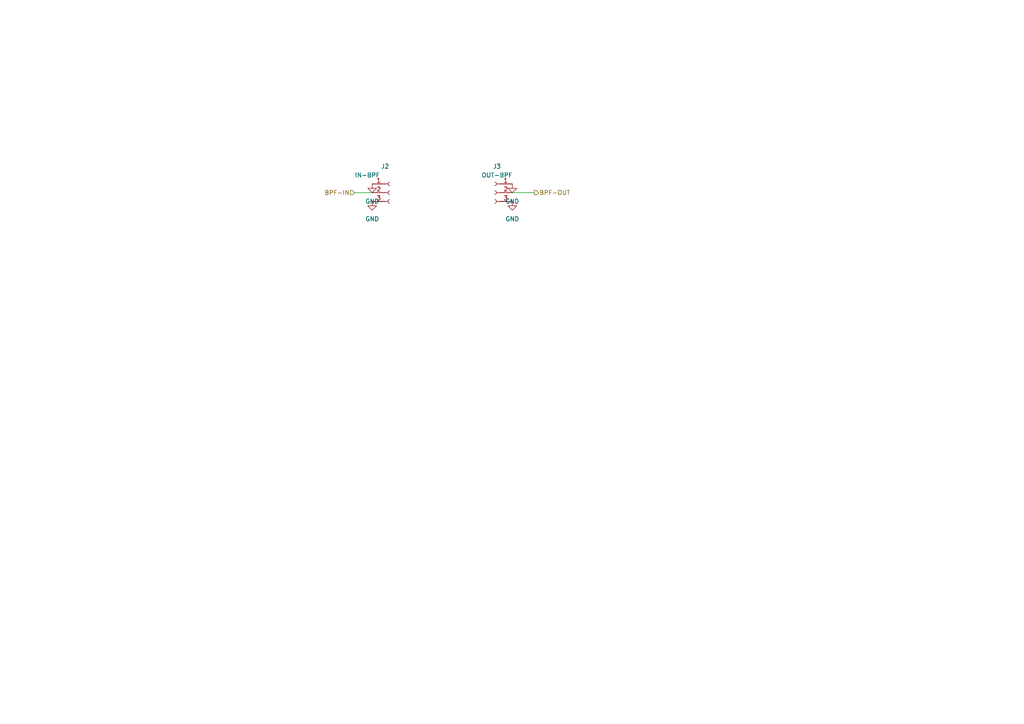
<source format=kicad_sch>
(kicad_sch (version 20230121) (generator eeschema)
  (paper "A4")
  (lib_symbols
    (symbol "Connector:Conn_01x03_Female" (pin_names (offset 1.016) hide)
      (property "Reference" "J" (at 0 5.08 0))
      (property "Value" "Conn_01x03_Female" (at 0 -5.08 0))
      (symbol "Conn_01x03_Female_1_1"
        (arc (start 0 -2.032) (mid -0.5058 -2.54) (end 0 -3.048) (stroke (width 0.1524)))
        (polyline (pts (xy -1.27 -2.54) (xy -0.508 -2.54)) (stroke (width 0.1524)))
        (polyline (pts (xy -1.27 0) (xy -0.508 0)) (stroke (width 0.1524)))
        (polyline (pts (xy -1.27 2.54) (xy -0.508 2.54)) (stroke (width 0.1524)))
        (arc (start 0 0.508) (mid -0.5058 0) (end 0 -0.508) (stroke (width 0.1524)))
        (arc (start 0 3.048) (mid -0.5058 2.54) (end 0 2.032) (stroke (width 0.1524)))
        (pin passive line (at -5.08 2.54 0) (length 3.81) (name "Pin_1") (number "1"))
        (pin passive line (at -5.08 0 0) (length 3.81) (name "Pin_2") (number "2"))
        (pin passive line (at -5.08 -2.54 0) (length 3.81) (name "Pin_3") (number "3"))
      )
    )
    (symbol "power:GND" (power) (pin_names (offset 0))
      (property "Value" "GND" (at 0 -3.81 0))
      (symbol "GND_0_1"
        (polyline (pts (xy 0 0) (xy 0 -1.27) (xy 1.27 -1.27) (xy 0 -2.54) (xy -1.27 -1.27) (xy 0 -1.27)))
      )
      (symbol "GND_1_1"
        (pin power_in line (at 0 0 270) (length 0) hide (name "GND") (number "1"))
      )
    )
  )
  (wire (pts (xy 102.87 55.88) (xy 107.95 55.88)))
  (wire (pts (xy 154.94 55.88) (xy 148.59 55.88)))
  (hierarchical_label "BPF-OUT" (shape output) (at 154.94 55.88 0))
  (hierarchical_label "BPF-IN" (shape input) (at 102.87 55.88 180))
  (symbol (lib_id "Connector:Conn_01x03_Female") (at 113.03 55.88 0) (unit 1)
    (property "Reference" "J2" (at 110.49 48.26 0) (effects (justify left)))
    (property "Value" "IN-BPF" (at 102.87 50.8 0) (effects (justify left)))
    (property "Footprint" "Connector_PinSocket_2.54mm:PinSocket_1x03_P2.54mm_Vertical" (effects hide))
  )
  (symbol (lib_id "power:GND") (at 107.95 53.34 0) (unit 1)
    (property "Reference" "#PWR0152" (effects hide))
    (property "Value" "GND" (at 107.95 58.42 0))
  )
  (symbol (lib_id "Connector:Conn_01x03_Female") (at 143.51 55.88 0) (mirror y) (unit 1)
    (property "Reference" "J3" (at 144.145 48.26 0))
    (property "Value" "OUT-BPF" (at 144.145 50.8 0))
    (property "Footprint" "Connector_PinSocket_2.54mm:PinSocket_1x03_P2.54mm_Vertical" (effects hide))
  )
  (symbol (lib_id "power:GND") (at 148.59 58.42 0) (unit 1)
    (property "Reference" "#PWR0103" (effects hide))
    (property "Value" "GND" (at 148.59 63.5 0))
  )
  (symbol (lib_id "power:GND") (at 148.59 53.34 0) (unit 1)
    (property "Reference" "#PWR0153" (effects hide))
    (property "Value" "GND" (at 148.59 58.42 0))
  )
  (symbol (lib_id "power:GND") (at 107.95 58.42 0) (unit 1)
    (property "Reference" "#PWR0102" (effects hide))
    (property "Value" "GND" (at 107.95 63.5 0))
  )
)
</source>
